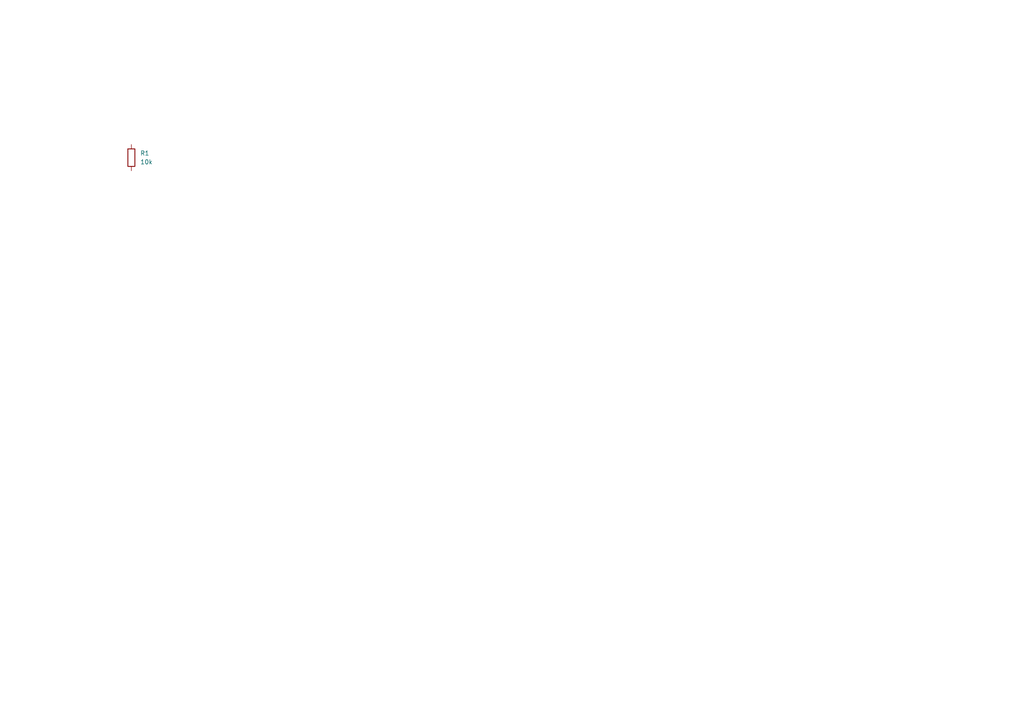
<source format=kicad_sch>
(kicad_sch (version 20250114) (generator "kicad_api") (generator_version 9.0)
  (paper A4)
  (paper A4)
  (lib_symbols
    (symbol "Device:R" (pin_numbers hide) (pin_names (offset 0.254))
      (property "Reference" "R" (at 0.0 0.0 0))
      (property "Value" "R" (at 0.0 0.0 0))
      (symbol "R_0_1"
        (rectangle (start -1.016 -2.54) (end 1.016 2.54) (stroke (width 0.254)))
      )
      (symbol "R_1_1"
        (pin passive line (at 0.0 3.81 270) (length 1.27) (name ~) (number "1"))
        (pin passive line (at 0.0 -3.81 90) (length 1.27) (name ~) (number "2"))
      )
    )
  )
  (title_block (title top) (date 2025-08-03) (company Circuit-Synth))
  (symbol (lib_id Device:R) (at 38.1 45.72 0)
    (property "Reference" "R1" (at 40.64 44.449999999999996 0) (effects (justify left)))
    (property "Value" "10k" (at 40.64 46.99 0) (effects (justify left)))
    (property "Footprint" "Resistor_SMD:R_0805_2012Metric" (effects (hide yes)))
    (instances (project "generated_project" (path "" (reference R1) (unit 1))))
  )
)
</source>
